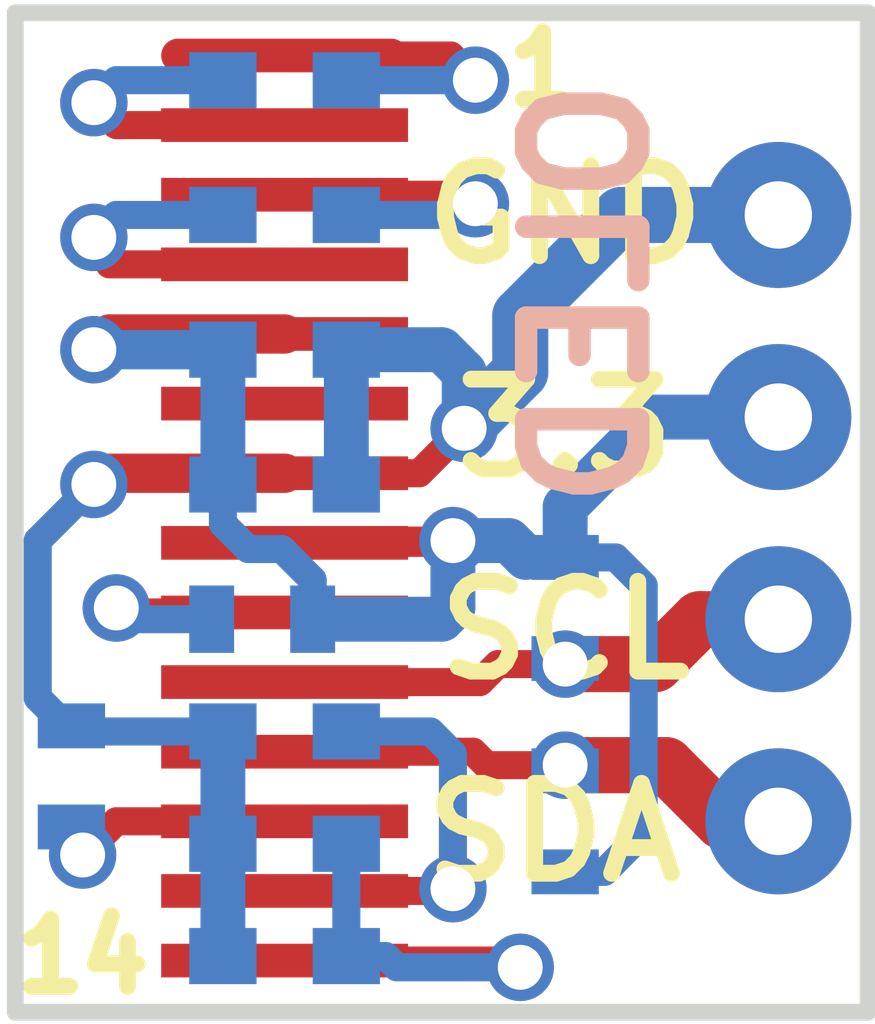
<source format=kicad_pcb>
(kicad_pcb (version 4) (host pcbnew 4.0.7)

  (general
    (links 27)
    (no_connects 0)
    (area 164.425 98.455 178.65 110.845)
    (thickness 0.8)
    (drawings 11)
    (tracks 110)
    (zones 0)
    (modules 13)
    (nets 14)
  )

  (page A4)
  (layers
    (0 F.Cu signal)
    (31 B.Cu signal)
    (32 B.Adhes user)
    (33 F.Adhes user)
    (34 B.Paste user)
    (35 F.Paste user)
    (36 B.SilkS user)
    (37 F.SilkS user)
    (38 B.Mask user)
    (39 F.Mask user)
    (40 Dwgs.User user)
    (41 Cmts.User user)
    (42 Eco1.User user)
    (43 Eco2.User user)
    (44 Edge.Cuts user)
    (45 Margin user)
    (46 B.CrtYd user)
    (47 F.CrtYd user)
    (48 B.Fab user)
    (49 F.Fab user)
  )

  (setup
    (last_trace_width 0.25)
    (user_trace_width 0.35)
    (user_trace_width 0.4)
    (user_trace_width 0.5)
    (trace_clearance 0.2)
    (zone_clearance 0.508)
    (zone_45_only no)
    (trace_min 0.2)
    (segment_width 0.2)
    (edge_width 0.15)
    (via_size 0.6)
    (via_drill 0.4)
    (via_min_size 0.4)
    (via_min_drill 0.3)
    (uvia_size 0.3)
    (uvia_drill 0.1)
    (uvias_allowed no)
    (uvia_min_size 0.2)
    (uvia_min_drill 0.1)
    (pcb_text_width 0.3)
    (pcb_text_size 1.5 1.5)
    (mod_edge_width 0.15)
    (mod_text_size 1 1)
    (mod_text_width 0.15)
    (pad_size 1.524 1.524)
    (pad_drill 0.762)
    (pad_to_mask_clearance 0.05)
    (aux_axis_origin 0 0)
    (visible_elements 7FFFFF7F)
    (pcbplotparams
      (layerselection 0x00030_80000001)
      (usegerberextensions false)
      (excludeedgelayer true)
      (linewidth 0.100000)
      (plotframeref false)
      (viasonmask false)
      (mode 1)
      (useauxorigin false)
      (hpglpennumber 1)
      (hpglpenspeed 20)
      (hpglpendiameter 15)
      (hpglpenoverlay 2)
      (psnegative false)
      (psa4output false)
      (plotreference true)
      (plotvalue true)
      (plotinvisibletext false)
      (padsonsilk false)
      (subtractmaskfromsilk false)
      (outputformat 1)
      (mirror false)
      (drillshape 1)
      (scaleselection 1)
      (outputdirectory ""))
  )

  (net 0 "")
  (net 1 +3V3)
  (net 2 GND)
  (net 3 "Net-(C2-Pad1)")
  (net 4 "Net-(C4-Pad1)")
  (net 5 "Net-(C4-Pad2)")
  (net 6 "Net-(C5-Pad1)")
  (net 7 "Net-(C6-Pad1)")
  (net 8 "Net-(C6-Pad2)")
  (net 9 "Net-(J2-Pad12)")
  (net 10 "Net-(J1-Pad4)")
  (net 11 "Net-(J1-Pad3)")
  (net 12 "Net-(J2-Pad9)")
  (net 13 "Net-(J2-Pad6)")

  (net_class Default "This is the default net class."
    (clearance 0.2)
    (trace_width 0.25)
    (via_dia 0.6)
    (via_drill 0.4)
    (uvia_dia 0.3)
    (uvia_drill 0.1)
    (add_net +3V3)
    (add_net GND)
    (add_net "Net-(C2-Pad1)")
    (add_net "Net-(C4-Pad1)")
    (add_net "Net-(C4-Pad2)")
    (add_net "Net-(C5-Pad1)")
    (add_net "Net-(C6-Pad1)")
    (add_net "Net-(C6-Pad2)")
    (add_net "Net-(J1-Pad3)")
    (add_net "Net-(J1-Pad4)")
    (add_net "Net-(J2-Pad12)")
    (add_net "Net-(J2-Pad6)")
    (add_net "Net-(J2-Pad9)")
  )

  (module OLED_14pin (layer F.Cu) (tedit 59B292EC) (tstamp 59B28417)
    (at 170 104.2 270)
    (path /59B27B6E)
    (fp_text reference J2 (at 0.1 2.9 270) (layer F.SilkS) hide
      (effects (font (size 1 1) (thickness 0.15)))
    )
    (fp_text value OLED (at 0.3 4.6 270) (layer F.Fab) hide
      (effects (font (size 1 1) (thickness 0.15)))
    )
    (pad 14 smd rect (at 4.34 0 270) (size 0.3 2.2) (layers F.Cu F.Paste F.Mask)
      (net 6 "Net-(C5-Pad1)"))
    (pad 13 smd rect (at 3.72 0 270) (size 0.3 2.2) (layers F.Cu F.Paste F.Mask)
      (net 3 "Net-(C2-Pad1)"))
    (pad 12 smd rect (at 3.1 0 270) (size 0.3 2.2) (layers F.Cu F.Paste F.Mask)
      (net 9 "Net-(J2-Pad12)"))
    (pad 11 smd rect (at 2.48 0 270) (size 0.3 2.2) (layers F.Cu F.Paste F.Mask)
      (net 10 "Net-(J1-Pad4)"))
    (pad 10 smd rect (at 1.86 0 270) (size 0.3 2.2) (layers F.Cu F.Paste F.Mask)
      (net 11 "Net-(J1-Pad3)"))
    (pad 9 smd rect (at 1.24 0 270) (size 0.3 2.2) (layers F.Cu F.Paste F.Mask)
      (net 12 "Net-(J2-Pad9)"))
    (pad 8 smd rect (at 0.62 0 270) (size 0.3 2.2) (layers F.Cu F.Paste F.Mask)
      (net 1 +3V3))
    (pad 1 smd oval (at -3.72 0 270) (size 0.3 2.2) (layers F.Cu F.Paste F.Mask)
      (net 7 "Net-(C6-Pad1)"))
    (pad 2 smd rect (at -3.1 0 270) (size 0.3 2.2) (layers F.Cu F.Paste F.Mask)
      (net 8 "Net-(C6-Pad2)"))
    (pad 3 smd rect (at -2.48 0 270) (size 0.3 2.2) (layers F.Cu F.Paste F.Mask)
      (net 4 "Net-(C4-Pad1)"))
    (pad 4 smd rect (at -1.86 0 270) (size 0.3 2.2) (layers F.Cu F.Paste F.Mask)
      (net 5 "Net-(C4-Pad2)"))
    (pad 5 smd rect (at -1.24 0 270) (size 0.3 2.2) (layers F.Cu F.Paste F.Mask)
      (net 1 +3V3))
    (pad 6 smd rect (at -0.62 0 270) (size 0.3 2.2) (layers F.Cu F.Paste F.Mask)
      (net 13 "Net-(J2-Pad6)"))
    (pad 7 smd rect (at 0 0 270) (size 0.3 2.2) (layers F.Cu F.Paste F.Mask)
      (net 2 GND))
  )

  (module conn_4pin_TH_1.8mm (layer F.Cu) (tedit 59B28CAB) (tstamp 59B28C52)
    (at 174.4 104.6 270)
    (path /59B288FC)
    (fp_text reference J1 (at 0 -3.175 270) (layer F.SilkS) hide
      (effects (font (size 1 1) (thickness 0.15)))
    )
    (fp_text value INT (at -0.635 3.175 270) (layer F.Fab) hide
      (effects (font (size 1 1) (thickness 0.15)))
    )
    (pad 4 thru_hole circle (at 2.7 0 270) (size 1.3 1.3) (drill 0.6) (layers *.Cu *.Mask)
      (net 10 "Net-(J1-Pad4)"))
    (pad 1 thru_hole circle (at -2.7 0 270) (size 1.3 1.3) (drill 0.6) (layers *.Cu *.Mask)
      (net 2 GND))
    (pad 3 thru_hole circle (at 0.9 0 270) (size 1.3 1.3) (drill 0.6) (layers *.Cu *.Mask)
      (net 11 "Net-(J1-Pad3)"))
    (pad 2 thru_hole circle (at -0.9 0 270) (size 1.3 1.3) (drill 0.6) (layers *.Cu *.Mask)
      (net 1 +3V3))
  )

  (module Capacitors_SMD:C_0402_NoSilk (layer B.Cu) (tedit 59B283C8) (tstamp 59B283AB)
    (at 170 104.3)
    (descr "Capacitor SMD 0402, reflow soldering, AVX (see smccp.pdf)")
    (tags "capacitor 0402")
    (path /59B27E98)
    (attr smd)
    (fp_text reference C1 (at 0 1.27) (layer B.SilkS) hide
      (effects (font (size 1 1) (thickness 0.15)) (justify mirror))
    )
    (fp_text value 100n (at 0 -1.27) (layer B.Fab) hide
      (effects (font (size 1 1) (thickness 0.15)) (justify mirror))
    )
    (fp_text user %R (at 0 1.27) (layer B.Fab) hide
      (effects (font (size 1 1) (thickness 0.15)) (justify mirror))
    )
    (fp_line (start -0.5 -0.25) (end -0.5 0.25) (layer B.Fab) (width 0.1))
    (fp_line (start 0.5 -0.25) (end -0.5 -0.25) (layer B.Fab) (width 0.1))
    (fp_line (start 0.5 0.25) (end 0.5 -0.25) (layer B.Fab) (width 0.1))
    (fp_line (start -0.5 0.25) (end 0.5 0.25) (layer B.Fab) (width 0.1))
    (fp_line (start -1 0.4) (end 1 0.4) (layer B.CrtYd) (width 0.05))
    (fp_line (start -1 0.4) (end -1 -0.4) (layer B.CrtYd) (width 0.05))
    (fp_line (start 1 -0.4) (end 1 0.4) (layer B.CrtYd) (width 0.05))
    (fp_line (start 1 -0.4) (end -1 -0.4) (layer B.CrtYd) (width 0.05))
    (pad 1 smd rect (at -0.55 0) (size 0.6 0.5) (layers B.Cu B.Paste B.Mask)
      (net 1 +3V3))
    (pad 2 smd rect (at 0.55 0) (size 0.6 0.5) (layers B.Cu B.Paste B.Mask)
      (net 2 GND))
    (model Capacitors_SMD.3dshapes/C_0402.wrl
      (at (xyz 0 0 0))
      (scale (xyz 1 1 1))
      (rotate (xyz 0 0 0))
    )
  )

  (module Capacitors_SMD:C_0402_NoSilk (layer B.Cu) (tedit 59B283C5) (tstamp 59B283BA)
    (at 170 106.5 180)
    (descr "Capacitor SMD 0402, reflow soldering, AVX (see smccp.pdf)")
    (tags "capacitor 0402")
    (path /59B27F69)
    (attr smd)
    (fp_text reference C2 (at 0 1.27 180) (layer B.SilkS) hide
      (effects (font (size 1 1) (thickness 0.15)) (justify mirror))
    )
    (fp_text value 2.2uf (at 0 -1.27 180) (layer B.Fab) hide
      (effects (font (size 1 1) (thickness 0.15)) (justify mirror))
    )
    (fp_text user %R (at 0 1.27 180) (layer B.Fab) hide
      (effects (font (size 1 1) (thickness 0.15)) (justify mirror))
    )
    (fp_line (start -0.5 -0.25) (end -0.5 0.25) (layer B.Fab) (width 0.1))
    (fp_line (start 0.5 -0.25) (end -0.5 -0.25) (layer B.Fab) (width 0.1))
    (fp_line (start 0.5 0.25) (end 0.5 -0.25) (layer B.Fab) (width 0.1))
    (fp_line (start -0.5 0.25) (end 0.5 0.25) (layer B.Fab) (width 0.1))
    (fp_line (start -1 0.4) (end 1 0.4) (layer B.CrtYd) (width 0.05))
    (fp_line (start -1 0.4) (end -1 -0.4) (layer B.CrtYd) (width 0.05))
    (fp_line (start 1 -0.4) (end 1 0.4) (layer B.CrtYd) (width 0.05))
    (fp_line (start 1 -0.4) (end -1 -0.4) (layer B.CrtYd) (width 0.05))
    (pad 1 smd rect (at -0.55 0 180) (size 0.6 0.5) (layers B.Cu B.Paste B.Mask)
      (net 3 "Net-(C2-Pad1)"))
    (pad 2 smd rect (at 0.55 0 180) (size 0.6 0.5) (layers B.Cu B.Paste B.Mask)
      (net 2 GND))
    (model Capacitors_SMD.3dshapes/C_0402.wrl
      (at (xyz 0 0 0))
      (scale (xyz 1 1 1))
      (rotate (xyz 0 0 0))
    )
  )

  (module Capacitors_SMD:C_0402_NoSilk (layer B.Cu) (tedit 59B283C2) (tstamp 59B283C9)
    (at 170 103.1)
    (descr "Capacitor SMD 0402, reflow soldering, AVX (see smccp.pdf)")
    (tags "capacitor 0402")
    (path /59B27E5A)
    (attr smd)
    (fp_text reference C3 (at 0 1.27) (layer B.SilkS) hide
      (effects (font (size 1 1) (thickness 0.15)) (justify mirror))
    )
    (fp_text value 4.7uf (at 0 -1.27) (layer B.Fab) hide
      (effects (font (size 1 1) (thickness 0.15)) (justify mirror))
    )
    (fp_text user %R (at 0 1.27) (layer B.Fab) hide
      (effects (font (size 1 1) (thickness 0.15)) (justify mirror))
    )
    (fp_line (start -0.5 -0.25) (end -0.5 0.25) (layer B.Fab) (width 0.1))
    (fp_line (start 0.5 -0.25) (end -0.5 -0.25) (layer B.Fab) (width 0.1))
    (fp_line (start 0.5 0.25) (end 0.5 -0.25) (layer B.Fab) (width 0.1))
    (fp_line (start -0.5 0.25) (end 0.5 0.25) (layer B.Fab) (width 0.1))
    (fp_line (start -1 0.4) (end 1 0.4) (layer B.CrtYd) (width 0.05))
    (fp_line (start -1 0.4) (end -1 -0.4) (layer B.CrtYd) (width 0.05))
    (fp_line (start 1 -0.4) (end 1 0.4) (layer B.CrtYd) (width 0.05))
    (fp_line (start 1 -0.4) (end -1 -0.4) (layer B.CrtYd) (width 0.05))
    (pad 1 smd rect (at -0.55 0) (size 0.6 0.5) (layers B.Cu B.Paste B.Mask)
      (net 1 +3V3))
    (pad 2 smd rect (at 0.55 0) (size 0.6 0.5) (layers B.Cu B.Paste B.Mask)
      (net 2 GND))
    (model Capacitors_SMD.3dshapes/C_0402.wrl
      (at (xyz 0 0 0))
      (scale (xyz 1 1 1))
      (rotate (xyz 0 0 0))
    )
  )

  (module Capacitors_SMD:C_0402_NoSilk (layer B.Cu) (tedit 59B28339) (tstamp 59B283D8)
    (at 170 101.9 180)
    (descr "Capacitor SMD 0402, reflow soldering, AVX (see smccp.pdf)")
    (tags "capacitor 0402")
    (path /59B27DF9)
    (attr smd)
    (fp_text reference C4 (at 0 1.27 180) (layer B.SilkS) hide
      (effects (font (size 1 1) (thickness 0.15)) (justify mirror))
    )
    (fp_text value 1uf (at 0 -1.27 180) (layer B.Fab) hide
      (effects (font (size 1 1) (thickness 0.15)) (justify mirror))
    )
    (fp_text user %R (at 0 1.27 180) (layer B.Fab) hide
      (effects (font (size 1 1) (thickness 0.15)) (justify mirror))
    )
    (fp_line (start -0.5 -0.25) (end -0.5 0.25) (layer B.Fab) (width 0.1))
    (fp_line (start 0.5 -0.25) (end -0.5 -0.25) (layer B.Fab) (width 0.1))
    (fp_line (start 0.5 0.25) (end 0.5 -0.25) (layer B.Fab) (width 0.1))
    (fp_line (start -0.5 0.25) (end 0.5 0.25) (layer B.Fab) (width 0.1))
    (fp_line (start -1 0.4) (end 1 0.4) (layer B.CrtYd) (width 0.05))
    (fp_line (start -1 0.4) (end -1 -0.4) (layer B.CrtYd) (width 0.05))
    (fp_line (start 1 -0.4) (end 1 0.4) (layer B.CrtYd) (width 0.05))
    (fp_line (start 1 -0.4) (end -1 -0.4) (layer B.CrtYd) (width 0.05))
    (pad 1 smd rect (at -0.55 0 180) (size 0.6 0.5) (layers B.Cu B.Paste B.Mask)
      (net 4 "Net-(C4-Pad1)"))
    (pad 2 smd rect (at 0.55 0 180) (size 0.6 0.5) (layers B.Cu B.Paste B.Mask)
      (net 5 "Net-(C4-Pad2)"))
    (model Capacitors_SMD.3dshapes/C_0402.wrl
      (at (xyz 0 0 0))
      (scale (xyz 1 1 1))
      (rotate (xyz 0 0 0))
    )
  )

  (module Capacitors_SMD:C_0402_NoSilk (layer B.Cu) (tedit 59B2839B) (tstamp 59B283E7)
    (at 170 107.5 180)
    (descr "Capacitor SMD 0402, reflow soldering, AVX (see smccp.pdf)")
    (tags "capacitor 0402")
    (path /59B28031)
    (attr smd)
    (fp_text reference C5 (at 0 1.27 180) (layer B.SilkS) hide
      (effects (font (size 1 1) (thickness 0.15)) (justify mirror))
    )
    (fp_text value 4.7uf (at 0 -1.27 180) (layer B.Fab) hide
      (effects (font (size 1 1) (thickness 0.15)) (justify mirror))
    )
    (fp_text user %R (at 0 1.27 180) (layer B.Fab) hide
      (effects (font (size 1 1) (thickness 0.15)) (justify mirror))
    )
    (fp_line (start -0.5 -0.25) (end -0.5 0.25) (layer B.Fab) (width 0.1))
    (fp_line (start 0.5 -0.25) (end -0.5 -0.25) (layer B.Fab) (width 0.1))
    (fp_line (start 0.5 0.25) (end 0.5 -0.25) (layer B.Fab) (width 0.1))
    (fp_line (start -0.5 0.25) (end 0.5 0.25) (layer B.Fab) (width 0.1))
    (fp_line (start -1 0.4) (end 1 0.4) (layer B.CrtYd) (width 0.05))
    (fp_line (start -1 0.4) (end -1 -0.4) (layer B.CrtYd) (width 0.05))
    (fp_line (start 1 -0.4) (end 1 0.4) (layer B.CrtYd) (width 0.05))
    (fp_line (start 1 -0.4) (end -1 -0.4) (layer B.CrtYd) (width 0.05))
    (pad 1 smd rect (at -0.55 0 180) (size 0.6 0.5) (layers B.Cu B.Paste B.Mask)
      (net 6 "Net-(C5-Pad1)"))
    (pad 2 smd rect (at 0.55 0 180) (size 0.6 0.5) (layers B.Cu B.Paste B.Mask)
      (net 2 GND))
    (model Capacitors_SMD.3dshapes/C_0402.wrl
      (at (xyz 0 0 0))
      (scale (xyz 1 1 1))
      (rotate (xyz 0 0 0))
    )
  )

  (module Capacitors_SMD:C_0402_NoSilk (layer B.Cu) (tedit 59B283BF) (tstamp 59B283F6)
    (at 170 100.7 180)
    (descr "Capacitor SMD 0402, reflow soldering, AVX (see smccp.pdf)")
    (tags "capacitor 0402")
    (path /59B27D86)
    (attr smd)
    (fp_text reference C6 (at 0 1.27 180) (layer B.SilkS) hide
      (effects (font (size 1 1) (thickness 0.15)) (justify mirror))
    )
    (fp_text value 1uf (at 0 -1.27 180) (layer B.Fab) hide
      (effects (font (size 1 1) (thickness 0.15)) (justify mirror))
    )
    (fp_text user %R (at 0 1.27 180) (layer B.Fab) hide
      (effects (font (size 1 1) (thickness 0.15)) (justify mirror))
    )
    (fp_line (start -0.5 -0.25) (end -0.5 0.25) (layer B.Fab) (width 0.1))
    (fp_line (start 0.5 -0.25) (end -0.5 -0.25) (layer B.Fab) (width 0.1))
    (fp_line (start 0.5 0.25) (end 0.5 -0.25) (layer B.Fab) (width 0.1))
    (fp_line (start -0.5 0.25) (end 0.5 0.25) (layer B.Fab) (width 0.1))
    (fp_line (start -1 0.4) (end 1 0.4) (layer B.CrtYd) (width 0.05))
    (fp_line (start -1 0.4) (end -1 -0.4) (layer B.CrtYd) (width 0.05))
    (fp_line (start 1 -0.4) (end 1 0.4) (layer B.CrtYd) (width 0.05))
    (fp_line (start 1 -0.4) (end -1 -0.4) (layer B.CrtYd) (width 0.05))
    (pad 1 smd rect (at -0.55 0 180) (size 0.6 0.5) (layers B.Cu B.Paste B.Mask)
      (net 7 "Net-(C6-Pad1)"))
    (pad 2 smd rect (at 0.55 0 180) (size 0.6 0.5) (layers B.Cu B.Paste B.Mask)
      (net 8 "Net-(C6-Pad2)"))
    (model Capacitors_SMD.3dshapes/C_0402.wrl
      (at (xyz 0 0 0))
      (scale (xyz 1 1 1))
      (rotate (xyz 0 0 0))
    )
  )

  (module Capacitors_SMD:C_0402_NoSilk (layer B.Cu) (tedit 59B283B0) (tstamp 59B28405)
    (at 170 108.5 180)
    (descr "Capacitor SMD 0402, reflow soldering, AVX (see smccp.pdf)")
    (tags "capacitor 0402")
    (path /59B2842B)
    (attr smd)
    (fp_text reference C7 (at 0 1.27 180) (layer B.SilkS) hide
      (effects (font (size 1 1) (thickness 0.15)) (justify mirror))
    )
    (fp_text value 100n (at 0 -1.27 180) (layer B.Fab) hide
      (effects (font (size 1 1) (thickness 0.15)) (justify mirror))
    )
    (fp_text user %R (at 0 1.27 180) (layer B.Fab) hide
      (effects (font (size 1 1) (thickness 0.15)) (justify mirror))
    )
    (fp_line (start -0.5 -0.25) (end -0.5 0.25) (layer B.Fab) (width 0.1))
    (fp_line (start 0.5 -0.25) (end -0.5 -0.25) (layer B.Fab) (width 0.1))
    (fp_line (start 0.5 0.25) (end 0.5 -0.25) (layer B.Fab) (width 0.1))
    (fp_line (start -0.5 0.25) (end 0.5 0.25) (layer B.Fab) (width 0.1))
    (fp_line (start -1 0.4) (end 1 0.4) (layer B.CrtYd) (width 0.05))
    (fp_line (start -1 0.4) (end -1 -0.4) (layer B.CrtYd) (width 0.05))
    (fp_line (start 1 -0.4) (end 1 0.4) (layer B.CrtYd) (width 0.05))
    (fp_line (start 1 -0.4) (end -1 -0.4) (layer B.CrtYd) (width 0.05))
    (pad 1 smd rect (at -0.55 0 180) (size 0.6 0.5) (layers B.Cu B.Paste B.Mask)
      (net 6 "Net-(C5-Pad1)"))
    (pad 2 smd rect (at 0.55 0 180) (size 0.6 0.5) (layers B.Cu B.Paste B.Mask)
      (net 2 GND))
    (model Capacitors_SMD.3dshapes/C_0402.wrl
      (at (xyz 0 0 0))
      (scale (xyz 1 1 1))
      (rotate (xyz 0 0 0))
    )
  )

  (module Resistors_SMD:R_0402_NoSilk (layer B.Cu) (tedit 59B283B6) (tstamp 59B28426)
    (at 172.5 105.4 90)
    (descr "Resistor SMD 0402, reflow soldering, Vishay (see dcrcw.pdf)")
    (tags "resistor 0402")
    (path /59B28986)
    (attr smd)
    (fp_text reference R1 (at 0 1.2 90) (layer B.SilkS) hide
      (effects (font (size 1 1) (thickness 0.15)) (justify mirror))
    )
    (fp_text value 4K7 (at 0 -1.25 90) (layer B.Fab) hide
      (effects (font (size 1 1) (thickness 0.15)) (justify mirror))
    )
    (fp_text user %R (at 0 1.2 90) (layer B.Fab) hide
      (effects (font (size 1 1) (thickness 0.15)) (justify mirror))
    )
    (fp_line (start -0.5 -0.25) (end -0.5 0.25) (layer B.Fab) (width 0.1))
    (fp_line (start 0.5 -0.25) (end -0.5 -0.25) (layer B.Fab) (width 0.1))
    (fp_line (start 0.5 0.25) (end 0.5 -0.25) (layer B.Fab) (width 0.1))
    (fp_line (start -0.5 0.25) (end 0.5 0.25) (layer B.Fab) (width 0.1))
    (fp_line (start -0.8 0.45) (end 0.8 0.45) (layer B.CrtYd) (width 0.05))
    (fp_line (start -0.8 0.45) (end -0.8 -0.45) (layer B.CrtYd) (width 0.05))
    (fp_line (start 0.8 -0.45) (end 0.8 0.45) (layer B.CrtYd) (width 0.05))
    (fp_line (start 0.8 -0.45) (end -0.8 -0.45) (layer B.CrtYd) (width 0.05))
    (pad 1 smd rect (at -0.45 0 90) (size 0.4 0.6) (layers B.Cu B.Paste B.Mask)
      (net 11 "Net-(J1-Pad3)"))
    (pad 2 smd rect (at 0.45 0 90) (size 0.4 0.6) (layers B.Cu B.Paste B.Mask)
      (net 1 +3V3))
    (model ${KISYS3DMOD}/Resistors_SMD.3dshapes/R_0402.wrl
      (at (xyz 0 0 0))
      (scale (xyz 1 1 1))
      (rotate (xyz 0 0 0))
    )
  )

  (module Resistors_SMD:R_0402_NoSilk (layer B.Cu) (tedit 59B2838E) (tstamp 59B28435)
    (at 172.5 107.3 270)
    (descr "Resistor SMD 0402, reflow soldering, Vishay (see dcrcw.pdf)")
    (tags "resistor 0402")
    (path /59B289E6)
    (attr smd)
    (fp_text reference R2 (at 0 1.2 270) (layer B.SilkS) hide
      (effects (font (size 1 1) (thickness 0.15)) (justify mirror))
    )
    (fp_text value 4K7 (at 0 -1.25 270) (layer B.Fab) hide
      (effects (font (size 1 1) (thickness 0.15)) (justify mirror))
    )
    (fp_text user %R (at 0 1.2 270) (layer B.Fab) hide
      (effects (font (size 1 1) (thickness 0.15)) (justify mirror))
    )
    (fp_line (start -0.5 -0.25) (end -0.5 0.25) (layer B.Fab) (width 0.1))
    (fp_line (start 0.5 -0.25) (end -0.5 -0.25) (layer B.Fab) (width 0.1))
    (fp_line (start 0.5 0.25) (end 0.5 -0.25) (layer B.Fab) (width 0.1))
    (fp_line (start -0.5 0.25) (end 0.5 0.25) (layer B.Fab) (width 0.1))
    (fp_line (start -0.8 0.45) (end 0.8 0.45) (layer B.CrtYd) (width 0.05))
    (fp_line (start -0.8 0.45) (end -0.8 -0.45) (layer B.CrtYd) (width 0.05))
    (fp_line (start 0.8 -0.45) (end 0.8 0.45) (layer B.CrtYd) (width 0.05))
    (fp_line (start 0.8 -0.45) (end -0.8 -0.45) (layer B.CrtYd) (width 0.05))
    (pad 1 smd rect (at -0.45 0 270) (size 0.4 0.6) (layers B.Cu B.Paste B.Mask)
      (net 10 "Net-(J1-Pad4)"))
    (pad 2 smd rect (at 0.45 0 270) (size 0.4 0.6) (layers B.Cu B.Paste B.Mask)
      (net 1 +3V3))
    (model ${KISYS3DMOD}/Resistors_SMD.3dshapes/R_0402.wrl
      (at (xyz 0 0 0))
      (scale (xyz 1 1 1))
      (rotate (xyz 0 0 0))
    )
  )

  (module Resistors_SMD:R_0402_NoSilk (layer B.Cu) (tedit 59B283B9) (tstamp 59B28444)
    (at 168.1 106.9 90)
    (descr "Resistor SMD 0402, reflow soldering, Vishay (see dcrcw.pdf)")
    (tags "resistor 0402")
    (path /59B280C1)
    (attr smd)
    (fp_text reference R3 (at 0 1.2 90) (layer B.SilkS) hide
      (effects (font (size 1 1) (thickness 0.15)) (justify mirror))
    )
    (fp_text value 820K (at 0 -1.25 90) (layer B.Fab) hide
      (effects (font (size 1 1) (thickness 0.15)) (justify mirror))
    )
    (fp_text user %R (at 0 1.2 90) (layer B.Fab) hide
      (effects (font (size 1 1) (thickness 0.15)) (justify mirror))
    )
    (fp_line (start -0.5 -0.25) (end -0.5 0.25) (layer B.Fab) (width 0.1))
    (fp_line (start 0.5 -0.25) (end -0.5 -0.25) (layer B.Fab) (width 0.1))
    (fp_line (start 0.5 0.25) (end 0.5 -0.25) (layer B.Fab) (width 0.1))
    (fp_line (start -0.5 0.25) (end 0.5 0.25) (layer B.Fab) (width 0.1))
    (fp_line (start -0.8 0.45) (end 0.8 0.45) (layer B.CrtYd) (width 0.05))
    (fp_line (start -0.8 0.45) (end -0.8 -0.45) (layer B.CrtYd) (width 0.05))
    (fp_line (start 0.8 -0.45) (end 0.8 0.45) (layer B.CrtYd) (width 0.05))
    (fp_line (start 0.8 -0.45) (end -0.8 -0.45) (layer B.CrtYd) (width 0.05))
    (pad 1 smd rect (at -0.45 0 90) (size 0.4 0.6) (layers B.Cu B.Paste B.Mask)
      (net 9 "Net-(J2-Pad12)"))
    (pad 2 smd rect (at 0.45 0 90) (size 0.4 0.6) (layers B.Cu B.Paste B.Mask)
      (net 2 GND))
    (model ${KISYS3DMOD}/Resistors_SMD.3dshapes/R_0402.wrl
      (at (xyz 0 0 0))
      (scale (xyz 1 1 1))
      (rotate (xyz 0 0 0))
    )
  )

  (module Resistors_SMD:R_0402_NoSilk (layer B.Cu) (tedit 59B283BD) (tstamp 59B28453)
    (at 169.8 105.5)
    (descr "Resistor SMD 0402, reflow soldering, Vishay (see dcrcw.pdf)")
    (tags "resistor 0402")
    (path /59B28675)
    (attr smd)
    (fp_text reference R4 (at 0 1.2) (layer B.SilkS) hide
      (effects (font (size 1 1) (thickness 0.15)) (justify mirror))
    )
    (fp_text value 4K7 (at 0 -1.25) (layer B.Fab) hide
      (effects (font (size 1 1) (thickness 0.15)) (justify mirror))
    )
    (fp_text user %R (at 0 1.2) (layer B.Fab) hide
      (effects (font (size 1 1) (thickness 0.15)) (justify mirror))
    )
    (fp_line (start -0.5 -0.25) (end -0.5 0.25) (layer B.Fab) (width 0.1))
    (fp_line (start 0.5 -0.25) (end -0.5 -0.25) (layer B.Fab) (width 0.1))
    (fp_line (start 0.5 0.25) (end 0.5 -0.25) (layer B.Fab) (width 0.1))
    (fp_line (start -0.5 0.25) (end 0.5 0.25) (layer B.Fab) (width 0.1))
    (fp_line (start -0.8 0.45) (end 0.8 0.45) (layer B.CrtYd) (width 0.05))
    (fp_line (start -0.8 0.45) (end -0.8 -0.45) (layer B.CrtYd) (width 0.05))
    (fp_line (start 0.8 -0.45) (end 0.8 0.45) (layer B.CrtYd) (width 0.05))
    (fp_line (start 0.8 -0.45) (end -0.8 -0.45) (layer B.CrtYd) (width 0.05))
    (pad 1 smd rect (at -0.45 0) (size 0.4 0.6) (layers B.Cu B.Paste B.Mask)
      (net 12 "Net-(J2-Pad9)"))
    (pad 2 smd rect (at 0.45 0) (size 0.4 0.6) (layers B.Cu B.Paste B.Mask)
      (net 1 +3V3))
    (model ${KISYS3DMOD}/Resistors_SMD.3dshapes/R_0402.wrl
      (at (xyz 0 0 0))
      (scale (xyz 1 1 1))
      (rotate (xyz 0 0 0))
    )
  )

  (gr_line (start 167.6 100.1) (end 167.6 109) (angle 90) (layer Edge.Cuts) (width 0.15))
  (gr_line (start 175.2 109) (end 175.2 100.1) (angle 90) (layer Edge.Cuts) (width 0.15))
  (gr_text OLED (at 172.7 102.6 90) (layer B.SilkS)
    (effects (font (size 1 1) (thickness 0.2)) (justify mirror))
  )
  (gr_text 14 (at 168.2 108.5) (layer F.SilkS)
    (effects (font (size 0.6 0.6) (thickness 0.15)))
  )
  (gr_text 1 (at 172.3 100.6) (layer F.SilkS)
    (effects (font (size 0.6 0.6) (thickness 0.15)))
  )
  (gr_text SDA (at 172.4 107.4) (layer F.SilkS)
    (effects (font (size 0.8 0.8) (thickness 0.15)))
  )
  (gr_text SCL (at 172.5 105.6) (layer F.SilkS)
    (effects (font (size 0.8 0.8) (thickness 0.15)))
  )
  (gr_text "3.3\n" (at 172.5 103.8) (layer F.SilkS)
    (effects (font (size 0.8 0.8) (thickness 0.15)))
  )
  (gr_text "GND\n" (at 172.5 101.9) (layer F.SilkS)
    (effects (font (size 0.8 0.8) (thickness 0.15)))
  )
  (gr_line (start 167.6 109) (end 175.2 109) (angle 90) (layer Edge.Cuts) (width 0.15))
  (gr_line (start 167.6 100.1) (end 175.2 100.1) (angle 90) (layer Edge.Cuts) (width 0.15))

  (segment (start 172.5 104.5) (end 172.5 104.95) (width 0.4) (layer B.Cu) (net 1) (tstamp 59B28DCB) (status 20))
  (segment (start 172.5 104.95) (end 172.15 104.95) (width 0.25) (layer B.Cu) (net 1))
  (segment (start 172.15 104.95) (end 172 104.8) (width 0.4) (layer B.Cu) (net 1) (tstamp 59B29104))
  (segment (start 172 104.8) (end 171.5 104.8) (width 0.4) (layer B.Cu) (net 1) (tstamp 59B29105))
  (segment (start 171.5 104.8) (end 170.02 104.8) (width 0.25) (layer F.Cu) (net 1))
  (segment (start 170.02 104.8) (end 170 104.82) (width 0.25) (layer F.Cu) (net 1) (tstamp 59B290C1))
  (segment (start 170 102.96) (end 168.44 102.96) (width 0.35) (layer F.Cu) (net 1))
  (segment (start 168.3 103.1) (end 169.45 103.1) (width 0.35) (layer B.Cu) (net 1) (tstamp 59B290B2))
  (via (at 168.3 103.1) (size 0.6) (drill 0.4) (layers F.Cu B.Cu) (net 1))
  (segment (start 168.44 102.96) (end 168.3 103.1) (width 0.35) (layer F.Cu) (net 1) (tstamp 59B290AB))
  (segment (start 174.4 103.7) (end 173.3 103.7) (width 0.4) (layer B.Cu) (net 1))
  (segment (start 173.3 103.7) (end 172.5 104.5) (width 0.4) (layer B.Cu) (net 1) (tstamp 59B28DC8))
  (segment (start 172.5 107.75) (end 172.85 107.75) (width 0.25) (layer B.Cu) (net 1))
  (segment (start 172.85 107.75) (end 173.2 107.4) (width 0.25) (layer B.Cu) (net 1) (tstamp 59B28BEE))
  (segment (start 173.2 107.4) (end 173.2 105.2) (width 0.25) (layer B.Cu) (net 1) (tstamp 59B28BEF))
  (segment (start 173.2 105.2) (end 172.95 104.95) (width 0.25) (layer B.Cu) (net 1) (tstamp 59B28BF0))
  (segment (start 172.95 104.95) (end 172.15 104.95) (width 0.25) (layer B.Cu) (net 1) (tstamp 59B28BF1))
  (segment (start 172 104.8) (end 171.5 104.8) (width 0.25) (layer B.Cu) (net 1) (tstamp 59B28BF3))
  (segment (start 172.15 104.95) (end 172 104.8) (width 0.25) (layer B.Cu) (net 1) (tstamp 59B28BF2))
  (segment (start 169.45 103.1) (end 169.45 104.3) (width 0.4) (layer B.Cu) (net 1))
  (segment (start 170 104.82) (end 171.48 104.82) (width 0.25) (layer F.Cu) (net 1))
  (segment (start 171.4 105.5) (end 170.25 105.5) (width 0.4) (layer B.Cu) (net 1) (tstamp 59B28ABA))
  (segment (start 171.5 105.4) (end 171.4 105.5) (width 0.4) (layer B.Cu) (net 1) (tstamp 59B28AB9))
  (segment (start 171.5 104.8) (end 171.5 105.4) (width 0.4) (layer B.Cu) (net 1) (tstamp 59B28AB8))
  (via (at 171.5 104.8) (size 0.6) (drill 0.4) (layers F.Cu B.Cu) (net 1))
  (segment (start 171.48 104.82) (end 171.5 104.8) (width 0.25) (layer F.Cu) (net 1) (tstamp 59B28AB6))
  (segment (start 169.45 104.3) (end 169.45 104.65) (width 0.25) (layer B.Cu) (net 1))
  (segment (start 170.25 105.15) (end 170.25 105.5) (width 0.25) (layer B.Cu) (net 1) (tstamp 59B28AB3))
  (segment (start 169.975 104.875) (end 170.25 105.15) (width 0.25) (layer B.Cu) (net 1) (tstamp 59B28AB2))
  (segment (start 169.675 104.875) (end 169.975 104.875) (width 0.25) (layer B.Cu) (net 1) (tstamp 59B28AB1))
  (segment (start 169.45 104.65) (end 169.675 104.875) (width 0.25) (layer B.Cu) (net 1) (tstamp 59B28AB0))
  (segment (start 174.4 101.9) (end 173 101.9) (width 0.5) (layer B.Cu) (net 2))
  (segment (start 172.1 103.3) (end 171.6 103.8) (width 0.5) (layer B.Cu) (net 2) (tstamp 59B28DC2))
  (segment (start 172.1 102.8) (end 172.1 103.3) (width 0.5) (layer B.Cu) (net 2) (tstamp 59B28DC1))
  (segment (start 173 101.9) (end 172.1 102.8) (width 0.5) (layer B.Cu) (net 2) (tstamp 59B28DBA))
  (segment (start 168.1 106.45) (end 168.05 106.45) (width 0.25) (layer B.Cu) (net 2))
  (segment (start 168.05 106.45) (end 167.8 106.2) (width 0.25) (layer B.Cu) (net 2) (tstamp 59B28B82))
  (segment (start 167.8 106.2) (end 167.8 104.8) (width 0.25) (layer B.Cu) (net 2) (tstamp 59B28B83))
  (segment (start 167.8 104.8) (end 168.3 104.3) (width 0.25) (layer B.Cu) (net 2) (tstamp 59B28B84))
  (segment (start 170.55 103.1) (end 170.55 104.3) (width 0.4) (layer B.Cu) (net 2))
  (segment (start 170 104.2) (end 171.2 104.2) (width 0.25) (layer F.Cu) (net 2))
  (segment (start 171.4 103.1) (end 170.55 103.1) (width 0.4) (layer B.Cu) (net 2) (tstamp 59B28AC5))
  (segment (start 171.6 103.3) (end 171.4 103.1) (width 0.4) (layer B.Cu) (net 2) (tstamp 59B28AC4))
  (segment (start 171.6 103.8) (end 171.6 103.3) (width 0.4) (layer B.Cu) (net 2) (tstamp 59B28AC3))
  (via (at 171.6 103.8) (size 0.6) (drill 0.4) (layers F.Cu B.Cu) (net 2))
  (segment (start 171.2 104.2) (end 171.6 103.8) (width 0.25) (layer F.Cu) (net 2) (tstamp 59B28AC1))
  (segment (start 169.45 106.5) (end 168.2 106.5) (width 0.25) (layer B.Cu) (net 2))
  (segment (start 168.4 104.2) (end 170 104.2) (width 0.35) (layer F.Cu) (net 2) (tstamp 59B28AAD))
  (segment (start 168.3 104.3) (end 168.4 104.2) (width 0.25) (layer F.Cu) (net 2) (tstamp 59B28AAC))
  (via (at 168.3 104.3) (size 0.6) (drill 0.4) (layers F.Cu B.Cu) (net 2))
  (segment (start 169.45 106.5) (end 169.45 107.5) (width 0.4) (layer B.Cu) (net 2))
  (segment (start 169.45 107.5) (end 169.45 108.5) (width 0.4) (layer B.Cu) (net 2) (tstamp 59B28A97))
  (segment (start 171.3 106.5) (end 171.5 106.7) (width 0.25) (layer B.Cu) (net 3))
  (segment (start 171.4 107.8) (end 171.5 107.9) (width 0.25) (layer B.Cu) (net 3) (tstamp 59B28B23))
  (segment (start 171.3 106.5) (end 170.55 106.5) (width 0.25) (layer B.Cu) (net 3) (tstamp 59B28B18))
  (via (at 171.5 107.9) (size 0.6) (drill 0.4) (layers F.Cu B.Cu) (net 3))
  (segment (start 171.5 106.7) (end 171.5 107.9) (width 0.25) (layer B.Cu) (net 3) (tstamp 59B28BC7))
  (segment (start 171.38 107.92) (end 170 107.92) (width 0.25) (layer F.Cu) (net 3))
  (segment (start 170.55 101.9) (end 171.6 101.9) (width 0.25) (layer B.Cu) (net 4))
  (segment (start 171.62 101.72) (end 170 101.72) (width 0.25) (layer F.Cu) (net 4) (tstamp 59B28B67))
  (segment (start 171.7 101.8) (end 171.62 101.72) (width 0.25) (layer F.Cu) (net 4) (tstamp 59B28B66))
  (via (at 171.7 101.8) (size 0.6) (drill 0.4) (layers F.Cu B.Cu) (net 4))
  (segment (start 171.6 101.9) (end 171.7 101.8) (width 0.25) (layer B.Cu) (net 4) (tstamp 59B28B64))
  (segment (start 170 102.34) (end 168.44 102.34) (width 0.25) (layer F.Cu) (net 5))
  (segment (start 168.5 101.9) (end 169.45 101.9) (width 0.25) (layer B.Cu) (net 5) (tstamp 59B28B61))
  (segment (start 168.3 102.1) (end 168.5 101.9) (width 0.25) (layer B.Cu) (net 5) (tstamp 59B28B60))
  (via (at 168.3 102.1) (size 0.6) (drill 0.4) (layers F.Cu B.Cu) (net 5))
  (segment (start 168.44 102.34) (end 168.3 102.1) (width 0.25) (layer F.Cu) (net 5) (tstamp 59B28B5E))
  (segment (start 170.55 108.5) (end 170.9 108.5) (width 0.25) (layer B.Cu) (net 6))
  (segment (start 172.04 108.54) (end 170 108.54) (width 0.25) (layer F.Cu) (net 6) (tstamp 59B28D78))
  (segment (start 172.1 108.6) (end 172.04 108.54) (width 0.25) (layer F.Cu) (net 6) (tstamp 59B28D77))
  (via (at 172.1 108.6) (size 0.6) (drill 0.4) (layers F.Cu B.Cu) (net 6))
  (segment (start 171 108.6) (end 172.1 108.6) (width 0.25) (layer B.Cu) (net 6) (tstamp 59B28D75))
  (segment (start 170.9 108.5) (end 171 108.6) (width 0.25) (layer B.Cu) (net 6) (tstamp 59B28D74))
  (segment (start 170.55 108.5) (end 170.55 107.5) (width 0.25) (layer B.Cu) (net 6))
  (segment (start 170 100.48) (end 171.48 100.48) (width 0.25) (layer F.Cu) (net 7))
  (segment (start 171.7 100.7) (end 170.55 100.7) (width 0.25) (layer B.Cu) (net 7) (tstamp 59B28B78))
  (via (at 171.7 100.7) (size 0.6) (drill 0.4) (layers F.Cu B.Cu) (net 7))
  (segment (start 171.48 100.48) (end 171.7 100.7) (width 0.25) (layer F.Cu) (net 7) (tstamp 59B28B76))
  (segment (start 169.45 100.7) (end 168.5 100.7) (width 0.25) (layer B.Cu) (net 8))
  (segment (start 168.5 101.1) (end 170 101.1) (width 0.25) (layer F.Cu) (net 8) (tstamp 59B28B6D))
  (segment (start 168.3 100.9) (end 168.5 101.1) (width 0.25) (layer F.Cu) (net 8) (tstamp 59B28B6C))
  (via (at 168.3 100.9) (size 0.6) (drill 0.4) (layers F.Cu B.Cu) (net 8))
  (segment (start 168.5 100.7) (end 168.3 100.9) (width 0.25) (layer B.Cu) (net 8) (tstamp 59B28B6A))
  (segment (start 170 107.3) (end 168.5 107.3) (width 0.25) (layer F.Cu) (net 9))
  (segment (start 168.2 107.6) (end 168.1 107.5) (width 0.25) (layer B.Cu) (net 9) (tstamp 59B28B10))
  (via (at 168.2 107.6) (size 0.6) (drill 0.4) (layers F.Cu B.Cu) (net 9))
  (segment (start 168.5 107.3) (end 168.2 107.6) (width 0.25) (layer F.Cu) (net 9) (tstamp 59B28B0E))
  (segment (start 168.1 107.5) (end 168.1 107.35) (width 0.25) (layer B.Cu) (net 9) (tstamp 59B28B11))
  (segment (start 174.4 107.3) (end 173.9 107.3) (width 0.5) (layer F.Cu) (net 10))
  (segment (start 173.9 107.3) (end 173.4 106.8) (width 0.5) (layer F.Cu) (net 10) (tstamp 59B28DDA))
  (segment (start 173.4 106.8) (end 172.5 106.8) (width 0.5) (layer F.Cu) (net 10) (tstamp 59B28DDC))
  (segment (start 170 106.68) (end 171.68 106.68) (width 0.25) (layer F.Cu) (net 10))
  (segment (start 172.5 106.8) (end 172.5 106.85) (width 0.25) (layer B.Cu) (net 10) (tstamp 59B28BCD))
  (via (at 172.5 106.8) (size 0.6) (drill 0.4) (layers F.Cu B.Cu) (net 10))
  (segment (start 171.8 106.8) (end 172.5 106.8) (width 0.25) (layer F.Cu) (net 10) (tstamp 59B28BCB))
  (segment (start 171.68 106.68) (end 171.8 106.8) (width 0.25) (layer F.Cu) (net 10) (tstamp 59B28BCA))
  (segment (start 174.4 105.5) (end 173.7 105.5) (width 0.5) (layer F.Cu) (net 11))
  (segment (start 173.3 105.9) (end 172.5 105.9) (width 0.5) (layer F.Cu) (net 11) (tstamp 59B28DD7))
  (segment (start 173.7 105.5) (end 173.3 105.9) (width 0.5) (layer F.Cu) (net 11) (tstamp 59B28DD3))
  (segment (start 170 106.06) (end 171.74 106.06) (width 0.25) (layer F.Cu) (net 11))
  (segment (start 172.5 105.9) (end 172.5 105.85) (width 0.25) (layer B.Cu) (net 11) (tstamp 59B28BE9) (status 30))
  (via (at 172.5 105.9) (size 0.6) (drill 0.4) (layers F.Cu B.Cu) (net 11) (status 30))
  (segment (start 171.9 105.9) (end 172.5 105.9) (width 0.25) (layer F.Cu) (net 11) (tstamp 59B28BE4))
  (segment (start 171.74 106.06) (end 171.9 105.9) (width 0.25) (layer F.Cu) (net 11) (tstamp 59B28BE3))
  (segment (start 169.35 105.5) (end 168.6 105.5) (width 0.25) (layer B.Cu) (net 12))
  (segment (start 168.54 105.44) (end 170 105.44) (width 0.25) (layer F.Cu) (net 12) (tstamp 59B28AD0))
  (segment (start 168.5 105.4) (end 168.54 105.44) (width 0.25) (layer F.Cu) (net 12) (tstamp 59B28ACF))
  (via (at 168.5 105.4) (size 0.6) (drill 0.4) (layers F.Cu B.Cu) (net 12))
  (segment (start 168.6 105.5) (end 168.5 105.4) (width 0.25) (layer B.Cu) (net 12) (tstamp 59B28ACC))

)

</source>
